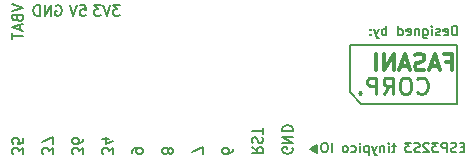
<source format=gbo>
G04 #@! TF.GenerationSoftware,KiCad,Pcbnew,6.0.8-f2edbf62ab~116~ubuntu20.04.1*
G04 #@! TF.CreationDate,2022-10-18T12:22:16+02:00*
G04 #@! TF.ProjectId,tinypico-goodisplay,74696e79-7069-4636-9f2d-676f6f646973,rev?*
G04 #@! TF.SameCoordinates,Original*
G04 #@! TF.FileFunction,Legend,Bot*
G04 #@! TF.FilePolarity,Positive*
%FSLAX46Y46*%
G04 Gerber Fmt 4.6, Leading zero omitted, Abs format (unit mm)*
G04 Created by KiCad (PCBNEW 6.0.8-f2edbf62ab~116~ubuntu20.04.1) date 2022-10-18 12:22:16*
%MOMM*%
%LPD*%
G01*
G04 APERTURE LIST*
G04 Aperture macros list*
%AMRoundRect*
0 Rectangle with rounded corners*
0 $1 Rounding radius*
0 $2 $3 $4 $5 $6 $7 $8 $9 X,Y pos of 4 corners*
0 Add a 4 corners polygon primitive as box body*
4,1,4,$2,$3,$4,$5,$6,$7,$8,$9,$2,$3,0*
0 Add four circle primitives for the rounded corners*
1,1,$1+$1,$2,$3*
1,1,$1+$1,$4,$5*
1,1,$1+$1,$6,$7*
1,1,$1+$1,$8,$9*
0 Add four rect primitives between the rounded corners*
20,1,$1+$1,$2,$3,$4,$5,0*
20,1,$1+$1,$4,$5,$6,$7,0*
20,1,$1+$1,$6,$7,$8,$9,0*
20,1,$1+$1,$8,$9,$2,$3,0*%
G04 Aperture macros list end*
%ADD10C,0.150000*%
%ADD11C,0.130000*%
%ADD12C,0.250000*%
%ADD13C,0.300000*%
%ADD14C,0.889000*%
%ADD15C,1.473200*%
%ADD16RoundRect,0.025400X0.635000X-0.635000X0.635000X0.635000X-0.635000X0.635000X-0.635000X-0.635000X0*%
G04 APERTURE END LIST*
D10*
X113425000Y-40900000D02*
X104375000Y-40900000D01*
X113425000Y-45900000D02*
X113425000Y-40900000D01*
X104375000Y-40900000D02*
X104375000Y-44900000D01*
X104375000Y-44900000D02*
X105325000Y-45900000D01*
X105325000Y-45900000D02*
X113425000Y-45900000D01*
D11*
X94478835Y-49707142D02*
X94478835Y-49878571D01*
X94435978Y-49964285D01*
X94393120Y-50007142D01*
X94264549Y-50092856D01*
X94093120Y-50135713D01*
X93750263Y-50135713D01*
X93664549Y-50092856D01*
X93621692Y-50049999D01*
X93578835Y-49964285D01*
X93578835Y-49792856D01*
X93621692Y-49707142D01*
X93664549Y-49664285D01*
X93750263Y-49621428D01*
X93964549Y-49621428D01*
X94050263Y-49664285D01*
X94093120Y-49707142D01*
X94135978Y-49792856D01*
X94135978Y-49964285D01*
X94093120Y-50049999D01*
X94050263Y-50092856D01*
X93964549Y-50135713D01*
X79233711Y-50178571D02*
X79233711Y-49621428D01*
X78890854Y-49921428D01*
X78890854Y-49792857D01*
X78847996Y-49707142D01*
X78805139Y-49664285D01*
X78719425Y-49621428D01*
X78505139Y-49621428D01*
X78419425Y-49664285D01*
X78376568Y-49707142D01*
X78333711Y-49792857D01*
X78333711Y-50050000D01*
X78376568Y-50135714D01*
X78419425Y-50178571D01*
X79233711Y-49321428D02*
X79233711Y-48721428D01*
X78333711Y-49107142D01*
X99517686Y-49621428D02*
X99560543Y-49707142D01*
X99560543Y-49835714D01*
X99517686Y-49964285D01*
X99431971Y-50049999D01*
X99346257Y-50092856D01*
X99174828Y-50135714D01*
X99046257Y-50135714D01*
X98874828Y-50092856D01*
X98789114Y-50049999D01*
X98703400Y-49964285D01*
X98660543Y-49835714D01*
X98660543Y-49749999D01*
X98703400Y-49621428D01*
X98746257Y-49578571D01*
X99046257Y-49578571D01*
X99046257Y-49749999D01*
X98660543Y-49192856D02*
X99560543Y-49192856D01*
X98660543Y-48678571D01*
X99560543Y-48678571D01*
X98660543Y-48249999D02*
X99560543Y-48249999D01*
X99560543Y-48035714D01*
X99517686Y-47907142D01*
X99431971Y-47821428D01*
X99346257Y-47778571D01*
X99174828Y-47735714D01*
X99046257Y-47735714D01*
X98874828Y-47778571D01*
X98789114Y-47821428D01*
X98703400Y-47907142D01*
X98660543Y-48035714D01*
X98660543Y-48249999D01*
X79485714Y-37600000D02*
X79571428Y-37557142D01*
X79700000Y-37557142D01*
X79828571Y-37600000D01*
X79914285Y-37685714D01*
X79957142Y-37771428D01*
X80000000Y-37942857D01*
X80000000Y-38071428D01*
X79957142Y-38242857D01*
X79914285Y-38328571D01*
X79828571Y-38414285D01*
X79700000Y-38457142D01*
X79614285Y-38457142D01*
X79485714Y-38414285D01*
X79442857Y-38371428D01*
X79442857Y-38071428D01*
X79614285Y-38071428D01*
X79057142Y-38457142D02*
X79057142Y-37557142D01*
X78542857Y-38457142D01*
X78542857Y-37557142D01*
X78114285Y-38457142D02*
X78114285Y-37557142D01*
X77900000Y-37557142D01*
X77771428Y-37600000D01*
X77685714Y-37685714D01*
X77642857Y-37771428D01*
X77600000Y-37942857D01*
X77600000Y-38071428D01*
X77642857Y-38242857D01*
X77685714Y-38328571D01*
X77771428Y-38414285D01*
X77900000Y-38457142D01*
X78114285Y-38457142D01*
D12*
X110108333Y-44950000D02*
X110175000Y-45016666D01*
X110375000Y-45083333D01*
X110508333Y-45083333D01*
X110708333Y-45016666D01*
X110841666Y-44883333D01*
X110908333Y-44750000D01*
X110975000Y-44483333D01*
X110975000Y-44283333D01*
X110908333Y-44016666D01*
X110841666Y-43883333D01*
X110708333Y-43750000D01*
X110508333Y-43683333D01*
X110375000Y-43683333D01*
X110175000Y-43750000D01*
X110108333Y-43816666D01*
X109241666Y-43683333D02*
X108975000Y-43683333D01*
X108841666Y-43750000D01*
X108708333Y-43883333D01*
X108641666Y-44150000D01*
X108641666Y-44616666D01*
X108708333Y-44883333D01*
X108841666Y-45016666D01*
X108975000Y-45083333D01*
X109241666Y-45083333D01*
X109375000Y-45016666D01*
X109508333Y-44883333D01*
X109575000Y-44616666D01*
X109575000Y-44150000D01*
X109508333Y-43883333D01*
X109375000Y-43750000D01*
X109241666Y-43683333D01*
X107241666Y-45083333D02*
X107708333Y-44416666D01*
X108041666Y-45083333D02*
X108041666Y-43683333D01*
X107508333Y-43683333D01*
X107375000Y-43750000D01*
X107308333Y-43816666D01*
X107241666Y-43950000D01*
X107241666Y-44150000D01*
X107308333Y-44283333D01*
X107375000Y-44350000D01*
X107508333Y-44416666D01*
X108041666Y-44416666D01*
X106641666Y-45083333D02*
X106641666Y-43683333D01*
X106108333Y-43683333D01*
X105975000Y-43750000D01*
X105908333Y-43816666D01*
X105841666Y-43950000D01*
X105841666Y-44150000D01*
X105908333Y-44283333D01*
X105975000Y-44350000D01*
X106108333Y-44416666D01*
X106641666Y-44416666D01*
X105241666Y-44950000D02*
X105175000Y-45016666D01*
X105241666Y-45083333D01*
X105308333Y-45016666D01*
X105241666Y-44950000D01*
X105241666Y-45083333D01*
D11*
X81774565Y-50178571D02*
X81774565Y-49621428D01*
X81431708Y-49921428D01*
X81431708Y-49792857D01*
X81388850Y-49707142D01*
X81345993Y-49664285D01*
X81260279Y-49621428D01*
X81045993Y-49621428D01*
X80960279Y-49664285D01*
X80917422Y-49707142D01*
X80874565Y-49792857D01*
X80874565Y-50050000D01*
X80917422Y-50135714D01*
X80960279Y-50178571D01*
X81774565Y-48850000D02*
X81774565Y-49021428D01*
X81731708Y-49107142D01*
X81688850Y-49150000D01*
X81560279Y-49235714D01*
X81388850Y-49278571D01*
X81045993Y-49278571D01*
X80960279Y-49235714D01*
X80917422Y-49192857D01*
X80874565Y-49107142D01*
X80874565Y-48935714D01*
X80917422Y-48850000D01*
X80960279Y-48807142D01*
X81045993Y-48764285D01*
X81260279Y-48764285D01*
X81345993Y-48807142D01*
X81388850Y-48850000D01*
X81431708Y-48935714D01*
X81431708Y-49107142D01*
X81388850Y-49192857D01*
X81345993Y-49235714D01*
X81260279Y-49278571D01*
X89011412Y-49964285D02*
X89054270Y-50049999D01*
X89097127Y-50092856D01*
X89182841Y-50135713D01*
X89225698Y-50135713D01*
X89311412Y-50092856D01*
X89354270Y-50049999D01*
X89397127Y-49964285D01*
X89397127Y-49792856D01*
X89354270Y-49707142D01*
X89311412Y-49664285D01*
X89225698Y-49621428D01*
X89182841Y-49621428D01*
X89097127Y-49664285D01*
X89054270Y-49707142D01*
X89011412Y-49792856D01*
X89011412Y-49964285D01*
X88968555Y-50049999D01*
X88925698Y-50092856D01*
X88839984Y-50135713D01*
X88668555Y-50135713D01*
X88582841Y-50092856D01*
X88539984Y-50049999D01*
X88497127Y-49964285D01*
X88497127Y-49792856D01*
X88539984Y-49707142D01*
X88582841Y-49664285D01*
X88668555Y-49621428D01*
X88839984Y-49621428D01*
X88925698Y-49664285D01*
X88968555Y-49707142D01*
X89011412Y-49792856D01*
D13*
X112558333Y-42350000D02*
X113025000Y-42350000D01*
X113025000Y-43083333D02*
X113025000Y-41683333D01*
X112358333Y-41683333D01*
X111891666Y-42683333D02*
X111225000Y-42683333D01*
X112025000Y-43083333D02*
X111558333Y-41683333D01*
X111091666Y-43083333D01*
X110691666Y-43016666D02*
X110491666Y-43083333D01*
X110158333Y-43083333D01*
X110025000Y-43016666D01*
X109958333Y-42950000D01*
X109891666Y-42816666D01*
X109891666Y-42683333D01*
X109958333Y-42550000D01*
X110025000Y-42483333D01*
X110158333Y-42416666D01*
X110425000Y-42350000D01*
X110558333Y-42283333D01*
X110625000Y-42216666D01*
X110691666Y-42083333D01*
X110691666Y-41950000D01*
X110625000Y-41816666D01*
X110558333Y-41750000D01*
X110425000Y-41683333D01*
X110091666Y-41683333D01*
X109891666Y-41750000D01*
X109358333Y-42683333D02*
X108691666Y-42683333D01*
X109491666Y-43083333D02*
X109025000Y-41683333D01*
X108558333Y-43083333D01*
X108091666Y-43083333D02*
X108091666Y-41683333D01*
X107291666Y-43083333D01*
X107291666Y-41683333D01*
X106625000Y-43083333D02*
X106625000Y-41683333D01*
D11*
X91937981Y-50178571D02*
X91937981Y-49578571D01*
X91037981Y-49964285D01*
X81571428Y-37549856D02*
X82000000Y-37549856D01*
X82042857Y-37978428D01*
X82000000Y-37935571D01*
X81914285Y-37892714D01*
X81700000Y-37892714D01*
X81614285Y-37935571D01*
X81571428Y-37978428D01*
X81528571Y-38064142D01*
X81528571Y-38278428D01*
X81571428Y-38364142D01*
X81614285Y-38406999D01*
X81700000Y-38449856D01*
X81914285Y-38449856D01*
X82000000Y-38406999D01*
X82042857Y-38364142D01*
X81271428Y-37549856D02*
X80971428Y-38449856D01*
X80671428Y-37549856D01*
X113457142Y-40111904D02*
X113457142Y-39311904D01*
X113266666Y-39311904D01*
X113152380Y-39350000D01*
X113076190Y-39426190D01*
X113038095Y-39502380D01*
X113000000Y-39654761D01*
X113000000Y-39769047D01*
X113038095Y-39921428D01*
X113076190Y-39997619D01*
X113152380Y-40073809D01*
X113266666Y-40111904D01*
X113457142Y-40111904D01*
X112352380Y-40073809D02*
X112428571Y-40111904D01*
X112580952Y-40111904D01*
X112657142Y-40073809D01*
X112695238Y-39997619D01*
X112695238Y-39692857D01*
X112657142Y-39616666D01*
X112580952Y-39578571D01*
X112428571Y-39578571D01*
X112352380Y-39616666D01*
X112314285Y-39692857D01*
X112314285Y-39769047D01*
X112695238Y-39845238D01*
X112009523Y-40073809D02*
X111933333Y-40111904D01*
X111780952Y-40111904D01*
X111704761Y-40073809D01*
X111666666Y-39997619D01*
X111666666Y-39959523D01*
X111704761Y-39883333D01*
X111780952Y-39845238D01*
X111895238Y-39845238D01*
X111971428Y-39807142D01*
X112009523Y-39730952D01*
X112009523Y-39692857D01*
X111971428Y-39616666D01*
X111895238Y-39578571D01*
X111780952Y-39578571D01*
X111704761Y-39616666D01*
X111323809Y-40111904D02*
X111323809Y-39578571D01*
X111323809Y-39311904D02*
X111361904Y-39350000D01*
X111323809Y-39388095D01*
X111285714Y-39350000D01*
X111323809Y-39311904D01*
X111323809Y-39388095D01*
X110600000Y-39578571D02*
X110600000Y-40226190D01*
X110638095Y-40302380D01*
X110676190Y-40340476D01*
X110752380Y-40378571D01*
X110866666Y-40378571D01*
X110942857Y-40340476D01*
X110600000Y-40073809D02*
X110676190Y-40111904D01*
X110828571Y-40111904D01*
X110904761Y-40073809D01*
X110942857Y-40035714D01*
X110980952Y-39959523D01*
X110980952Y-39730952D01*
X110942857Y-39654761D01*
X110904761Y-39616666D01*
X110828571Y-39578571D01*
X110676190Y-39578571D01*
X110600000Y-39616666D01*
X110219047Y-39578571D02*
X110219047Y-40111904D01*
X110219047Y-39654761D02*
X110180952Y-39616666D01*
X110104761Y-39578571D01*
X109990476Y-39578571D01*
X109914285Y-39616666D01*
X109876190Y-39692857D01*
X109876190Y-40111904D01*
X109190476Y-40073809D02*
X109266666Y-40111904D01*
X109419047Y-40111904D01*
X109495238Y-40073809D01*
X109533333Y-39997619D01*
X109533333Y-39692857D01*
X109495238Y-39616666D01*
X109419047Y-39578571D01*
X109266666Y-39578571D01*
X109190476Y-39616666D01*
X109152380Y-39692857D01*
X109152380Y-39769047D01*
X109533333Y-39845238D01*
X108466666Y-40111904D02*
X108466666Y-39311904D01*
X108466666Y-40073809D02*
X108542857Y-40111904D01*
X108695238Y-40111904D01*
X108771428Y-40073809D01*
X108809523Y-40035714D01*
X108847619Y-39959523D01*
X108847619Y-39730952D01*
X108809523Y-39654761D01*
X108771428Y-39616666D01*
X108695238Y-39578571D01*
X108542857Y-39578571D01*
X108466666Y-39616666D01*
X107476190Y-40111904D02*
X107476190Y-39311904D01*
X107476190Y-39616666D02*
X107400000Y-39578571D01*
X107247619Y-39578571D01*
X107171428Y-39616666D01*
X107133333Y-39654761D01*
X107095238Y-39730952D01*
X107095238Y-39959523D01*
X107133333Y-40035714D01*
X107171428Y-40073809D01*
X107247619Y-40111904D01*
X107400000Y-40111904D01*
X107476190Y-40073809D01*
X106828571Y-39578571D02*
X106638095Y-40111904D01*
X106447619Y-39578571D02*
X106638095Y-40111904D01*
X106714285Y-40302380D01*
X106752380Y-40340476D01*
X106828571Y-40378571D01*
X106142857Y-40035714D02*
X106104761Y-40073809D01*
X106142857Y-40111904D01*
X106180952Y-40073809D01*
X106142857Y-40035714D01*
X106142857Y-40111904D01*
X106142857Y-39616666D02*
X106104761Y-39654761D01*
X106142857Y-39692857D01*
X106180952Y-39654761D01*
X106142857Y-39616666D01*
X106142857Y-39692857D01*
X85956273Y-50049999D02*
X85956273Y-49878571D01*
X85999130Y-49792856D01*
X86041987Y-49749999D01*
X86170558Y-49664285D01*
X86341987Y-49621428D01*
X86684844Y-49621428D01*
X86770558Y-49664285D01*
X86813416Y-49707142D01*
X86856273Y-49792856D01*
X86856273Y-49964285D01*
X86813416Y-50049999D01*
X86770558Y-50092856D01*
X86684844Y-50135713D01*
X86470558Y-50135713D01*
X86384844Y-50092856D01*
X86341987Y-50049999D01*
X86299130Y-49964285D01*
X86299130Y-49792856D01*
X86341987Y-49707142D01*
X86384844Y-49664285D01*
X86470558Y-49621428D01*
X96119689Y-49578571D02*
X96548260Y-49878571D01*
X96119689Y-50092856D02*
X97019689Y-50092856D01*
X97019689Y-49749999D01*
X96976832Y-49664285D01*
X96933974Y-49621428D01*
X96848260Y-49578571D01*
X96719689Y-49578571D01*
X96633974Y-49621428D01*
X96591117Y-49664285D01*
X96548260Y-49749999D01*
X96548260Y-50092856D01*
X96162546Y-49235714D02*
X96119689Y-49107142D01*
X96119689Y-48892856D01*
X96162546Y-48807142D01*
X96205403Y-48764285D01*
X96291117Y-48721428D01*
X96376832Y-48721428D01*
X96462546Y-48764285D01*
X96505403Y-48807142D01*
X96548260Y-48892856D01*
X96591117Y-49064285D01*
X96633974Y-49149999D01*
X96676832Y-49192856D01*
X96762546Y-49235714D01*
X96848260Y-49235714D01*
X96933974Y-49192856D01*
X96976832Y-49149999D01*
X97019689Y-49064285D01*
X97019689Y-48849999D01*
X96976832Y-48721428D01*
X97019689Y-48464285D02*
X97019689Y-47949999D01*
X96119689Y-48207142D02*
X97019689Y-48207142D01*
X84315419Y-50178571D02*
X84315419Y-49621428D01*
X83972562Y-49921428D01*
X83972562Y-49792857D01*
X83929704Y-49707142D01*
X83886847Y-49664285D01*
X83801133Y-49621428D01*
X83586847Y-49621428D01*
X83501133Y-49664285D01*
X83458276Y-49707142D01*
X83415419Y-49792857D01*
X83415419Y-50050000D01*
X83458276Y-50135714D01*
X83501133Y-50178571D01*
X84015419Y-48850000D02*
X83415419Y-48850000D01*
X84358276Y-49064285D02*
X83715419Y-49278571D01*
X83715419Y-48721428D01*
X84914285Y-37549856D02*
X84357142Y-37549856D01*
X84657142Y-37892714D01*
X84528571Y-37892714D01*
X84442857Y-37935571D01*
X84400000Y-37978428D01*
X84357142Y-38064142D01*
X84357142Y-38278428D01*
X84400000Y-38364142D01*
X84442857Y-38406999D01*
X84528571Y-38449856D01*
X84785714Y-38449856D01*
X84871428Y-38406999D01*
X84914285Y-38364142D01*
X84100000Y-37549856D02*
X83800000Y-38449856D01*
X83500000Y-37549856D01*
X83285714Y-37549856D02*
X82728571Y-37549856D01*
X83028571Y-37892714D01*
X82900000Y-37892714D01*
X82814285Y-37935571D01*
X82771428Y-37978428D01*
X82728571Y-38064142D01*
X82728571Y-38278428D01*
X82771428Y-38364142D01*
X82814285Y-38406999D01*
X82900000Y-38449856D01*
X83157142Y-38449856D01*
X83242857Y-38406999D01*
X83285714Y-38364142D01*
X75807142Y-37471428D02*
X76707142Y-37771428D01*
X75807142Y-38071428D01*
X76235714Y-38671428D02*
X76278571Y-38800000D01*
X76321428Y-38842857D01*
X76407142Y-38885714D01*
X76535714Y-38885714D01*
X76621428Y-38842857D01*
X76664285Y-38800000D01*
X76707142Y-38714285D01*
X76707142Y-38371428D01*
X75807142Y-38371428D01*
X75807142Y-38671428D01*
X75850000Y-38757142D01*
X75892857Y-38800000D01*
X75978571Y-38842857D01*
X76064285Y-38842857D01*
X76150000Y-38800000D01*
X76192857Y-38757142D01*
X76235714Y-38671428D01*
X76235714Y-38371428D01*
X76450000Y-39228571D02*
X76450000Y-39657142D01*
X76707142Y-39142857D02*
X75807142Y-39442857D01*
X76707142Y-39742857D01*
X75807142Y-39914285D02*
X75807142Y-40428571D01*
X76707142Y-40171428D02*
X75807142Y-40171428D01*
X114083333Y-49592857D02*
X113816666Y-49592857D01*
X113702380Y-50011904D02*
X114083333Y-50011904D01*
X114083333Y-49211904D01*
X113702380Y-49211904D01*
X113397619Y-49973809D02*
X113283333Y-50011904D01*
X113092857Y-50011904D01*
X113016666Y-49973809D01*
X112978571Y-49935714D01*
X112940476Y-49859523D01*
X112940476Y-49783333D01*
X112978571Y-49707142D01*
X113016666Y-49669047D01*
X113092857Y-49630952D01*
X113245238Y-49592857D01*
X113321428Y-49554761D01*
X113359523Y-49516666D01*
X113397619Y-49440476D01*
X113397619Y-49364285D01*
X113359523Y-49288095D01*
X113321428Y-49250000D01*
X113245238Y-49211904D01*
X113054761Y-49211904D01*
X112940476Y-49250000D01*
X112597619Y-50011904D02*
X112597619Y-49211904D01*
X112292857Y-49211904D01*
X112216666Y-49250000D01*
X112178571Y-49288095D01*
X112140476Y-49364285D01*
X112140476Y-49478571D01*
X112178571Y-49554761D01*
X112216666Y-49592857D01*
X112292857Y-49630952D01*
X112597619Y-49630952D01*
X111873809Y-49211904D02*
X111378571Y-49211904D01*
X111645238Y-49516666D01*
X111530952Y-49516666D01*
X111454761Y-49554761D01*
X111416666Y-49592857D01*
X111378571Y-49669047D01*
X111378571Y-49859523D01*
X111416666Y-49935714D01*
X111454761Y-49973809D01*
X111530952Y-50011904D01*
X111759523Y-50011904D01*
X111835714Y-49973809D01*
X111873809Y-49935714D01*
X111073809Y-49288095D02*
X111035714Y-49250000D01*
X110959523Y-49211904D01*
X110769047Y-49211904D01*
X110692857Y-49250000D01*
X110654761Y-49288095D01*
X110616666Y-49364285D01*
X110616666Y-49440476D01*
X110654761Y-49554761D01*
X111111904Y-50011904D01*
X110616666Y-50011904D01*
X110311904Y-49973809D02*
X110197619Y-50011904D01*
X110007142Y-50011904D01*
X109930952Y-49973809D01*
X109892857Y-49935714D01*
X109854761Y-49859523D01*
X109854761Y-49783333D01*
X109892857Y-49707142D01*
X109930952Y-49669047D01*
X110007142Y-49630952D01*
X110159523Y-49592857D01*
X110235714Y-49554761D01*
X110273809Y-49516666D01*
X110311904Y-49440476D01*
X110311904Y-49364285D01*
X110273809Y-49288095D01*
X110235714Y-49250000D01*
X110159523Y-49211904D01*
X109969047Y-49211904D01*
X109854761Y-49250000D01*
X109588095Y-49211904D02*
X109092857Y-49211904D01*
X109359523Y-49516666D01*
X109245238Y-49516666D01*
X109169047Y-49554761D01*
X109130952Y-49592857D01*
X109092857Y-49669047D01*
X109092857Y-49859523D01*
X109130952Y-49935714D01*
X109169047Y-49973809D01*
X109245238Y-50011904D01*
X109473809Y-50011904D01*
X109550000Y-49973809D01*
X109588095Y-49935714D01*
X108254761Y-49478571D02*
X107950000Y-49478571D01*
X108140476Y-49211904D02*
X108140476Y-49897619D01*
X108102380Y-49973809D01*
X108026190Y-50011904D01*
X107950000Y-50011904D01*
X107683333Y-50011904D02*
X107683333Y-49478571D01*
X107683333Y-49211904D02*
X107721428Y-49250000D01*
X107683333Y-49288095D01*
X107645238Y-49250000D01*
X107683333Y-49211904D01*
X107683333Y-49288095D01*
X107302380Y-49478571D02*
X107302380Y-50011904D01*
X107302380Y-49554761D02*
X107264285Y-49516666D01*
X107188095Y-49478571D01*
X107073809Y-49478571D01*
X106997619Y-49516666D01*
X106959523Y-49592857D01*
X106959523Y-50011904D01*
X106654761Y-49478571D02*
X106464285Y-50011904D01*
X106273809Y-49478571D02*
X106464285Y-50011904D01*
X106540476Y-50202380D01*
X106578571Y-50240476D01*
X106654761Y-50278571D01*
X105969047Y-49478571D02*
X105969047Y-50278571D01*
X105969047Y-49516666D02*
X105892857Y-49478571D01*
X105740476Y-49478571D01*
X105664285Y-49516666D01*
X105626190Y-49554761D01*
X105588095Y-49630952D01*
X105588095Y-49859523D01*
X105626190Y-49935714D01*
X105664285Y-49973809D01*
X105740476Y-50011904D01*
X105892857Y-50011904D01*
X105969047Y-49973809D01*
X105245238Y-50011904D02*
X105245238Y-49478571D01*
X105245238Y-49211904D02*
X105283333Y-49250000D01*
X105245238Y-49288095D01*
X105207142Y-49250000D01*
X105245238Y-49211904D01*
X105245238Y-49288095D01*
X104521428Y-49973809D02*
X104597619Y-50011904D01*
X104750000Y-50011904D01*
X104826190Y-49973809D01*
X104864285Y-49935714D01*
X104902380Y-49859523D01*
X104902380Y-49630952D01*
X104864285Y-49554761D01*
X104826190Y-49516666D01*
X104750000Y-49478571D01*
X104597619Y-49478571D01*
X104521428Y-49516666D01*
X104064285Y-50011904D02*
X104140476Y-49973809D01*
X104178571Y-49935714D01*
X104216666Y-49859523D01*
X104216666Y-49630952D01*
X104178571Y-49554761D01*
X104140476Y-49516666D01*
X104064285Y-49478571D01*
X103950000Y-49478571D01*
X103873809Y-49516666D01*
X103835714Y-49554761D01*
X103797619Y-49630952D01*
X103797619Y-49859523D01*
X103835714Y-49935714D01*
X103873809Y-49973809D01*
X103950000Y-50011904D01*
X104064285Y-50011904D01*
X102845238Y-50011904D02*
X102845238Y-49211904D01*
X102311904Y-49211904D02*
X102159523Y-49211904D01*
X102083333Y-49250000D01*
X102007142Y-49326190D01*
X101969047Y-49478571D01*
X101969047Y-49745238D01*
X102007142Y-49897619D01*
X102083333Y-49973809D01*
X102159523Y-50011904D01*
X102311904Y-50011904D01*
X102388095Y-49973809D01*
X102464285Y-49897619D01*
X102502380Y-49745238D01*
X102502380Y-49478571D01*
X102464285Y-49326190D01*
X102388095Y-49250000D01*
X102311904Y-49211904D01*
X101588095Y-49402380D02*
X101588095Y-50011904D01*
X101550000Y-49440476D02*
X101550000Y-49973809D01*
X101511904Y-49440476D02*
X101511904Y-49973809D01*
X101473809Y-49478571D02*
X101473809Y-49935714D01*
X101435714Y-49478571D02*
X101435714Y-49935714D01*
X101397619Y-49516666D02*
X101397619Y-49897619D01*
X101359523Y-49516666D02*
X101359523Y-49897619D01*
X101321428Y-49554761D02*
X101321428Y-49859523D01*
X101283333Y-49592857D02*
X101283333Y-49821428D01*
X101245238Y-49592857D02*
X101245238Y-49821428D01*
X101207142Y-49630952D02*
X101207142Y-49783333D01*
X101169047Y-49630952D02*
X101169047Y-49783333D01*
X101130952Y-49707142D02*
X101092857Y-49707142D01*
X101130952Y-49669047D02*
X101130952Y-49745238D01*
X101626190Y-49402380D02*
X101054761Y-49707142D01*
X101626190Y-50011904D01*
X101016666Y-49707142D02*
X101626190Y-50050000D01*
X101626190Y-49364285D01*
X101016666Y-49707142D01*
X76692857Y-50178571D02*
X76692857Y-49621428D01*
X76350000Y-49921428D01*
X76350000Y-49792857D01*
X76307142Y-49707142D01*
X76264285Y-49664285D01*
X76178571Y-49621428D01*
X75964285Y-49621428D01*
X75878571Y-49664285D01*
X75835714Y-49707142D01*
X75792857Y-49792857D01*
X75792857Y-50050000D01*
X75835714Y-50135714D01*
X75878571Y-50178571D01*
X76692857Y-48807142D02*
X76692857Y-49235714D01*
X76264285Y-49278571D01*
X76307142Y-49235714D01*
X76350000Y-49150000D01*
X76350000Y-48935714D01*
X76307142Y-48850000D01*
X76264285Y-48807142D01*
X76178571Y-48764285D01*
X75964285Y-48764285D01*
X75878571Y-48807142D01*
X75835714Y-48850000D01*
X75792857Y-48935714D01*
X75792857Y-49150000D01*
X75835714Y-49235714D01*
X75878571Y-49278571D01*
%LPC*%
D14*
X108688600Y-50740000D03*
X105691400Y-50740000D03*
D15*
X76254000Y-36080000D03*
D16*
X78794000Y-36080000D03*
D15*
X81334000Y-36080000D03*
X83874000Y-36080000D03*
D16*
X99114000Y-51320000D03*
D15*
X96574000Y-51320000D03*
X94034000Y-51320000D03*
X91494000Y-51320000D03*
X88954000Y-51320000D03*
X86414000Y-51320000D03*
X83874000Y-51320000D03*
X81334000Y-51320000D03*
X78794000Y-51320000D03*
X76254000Y-51320000D03*
M02*

</source>
